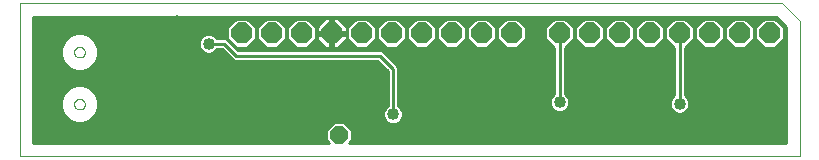
<source format=gbl>
G75*
%MOIN*%
%OFA0B0*%
%FSLAX25Y25*%
%IPPOS*%
%LPD*%
%AMOC8*
5,1,8,0,0,1.08239X$1,22.5*
%
%ADD10C,0.00000*%
%ADD11OC8,0.07000*%
%ADD12OC8,0.06000*%
%ADD13C,0.01000*%
%ADD14C,0.04000*%
D10*
X0004478Y0001500D02*
X0004478Y0052511D01*
X0258478Y0052500D01*
X0258589Y0052411D01*
X0264479Y0046511D01*
X0264479Y0001500D01*
X0004478Y0001500D01*
X0022706Y0018839D02*
X0022708Y0018923D01*
X0022714Y0019006D01*
X0022724Y0019089D01*
X0022738Y0019172D01*
X0022755Y0019254D01*
X0022777Y0019335D01*
X0022802Y0019414D01*
X0022831Y0019493D01*
X0022864Y0019570D01*
X0022900Y0019645D01*
X0022940Y0019719D01*
X0022983Y0019791D01*
X0023030Y0019860D01*
X0023080Y0019927D01*
X0023133Y0019992D01*
X0023189Y0020054D01*
X0023247Y0020114D01*
X0023309Y0020171D01*
X0023373Y0020224D01*
X0023440Y0020275D01*
X0023509Y0020322D01*
X0023580Y0020367D01*
X0023653Y0020407D01*
X0023728Y0020444D01*
X0023805Y0020478D01*
X0023883Y0020508D01*
X0023962Y0020534D01*
X0024043Y0020557D01*
X0024125Y0020575D01*
X0024207Y0020590D01*
X0024290Y0020601D01*
X0024373Y0020608D01*
X0024457Y0020611D01*
X0024541Y0020610D01*
X0024624Y0020605D01*
X0024708Y0020596D01*
X0024790Y0020583D01*
X0024872Y0020567D01*
X0024953Y0020546D01*
X0025034Y0020522D01*
X0025112Y0020494D01*
X0025190Y0020462D01*
X0025266Y0020426D01*
X0025340Y0020387D01*
X0025412Y0020345D01*
X0025482Y0020299D01*
X0025550Y0020250D01*
X0025615Y0020198D01*
X0025678Y0020143D01*
X0025738Y0020085D01*
X0025796Y0020024D01*
X0025850Y0019960D01*
X0025902Y0019894D01*
X0025950Y0019826D01*
X0025995Y0019755D01*
X0026036Y0019682D01*
X0026075Y0019608D01*
X0026109Y0019532D01*
X0026140Y0019454D01*
X0026167Y0019375D01*
X0026191Y0019294D01*
X0026210Y0019213D01*
X0026226Y0019131D01*
X0026238Y0019048D01*
X0026246Y0018964D01*
X0026250Y0018881D01*
X0026250Y0018797D01*
X0026246Y0018714D01*
X0026238Y0018630D01*
X0026226Y0018547D01*
X0026210Y0018465D01*
X0026191Y0018384D01*
X0026167Y0018303D01*
X0026140Y0018224D01*
X0026109Y0018146D01*
X0026075Y0018070D01*
X0026036Y0017996D01*
X0025995Y0017923D01*
X0025950Y0017852D01*
X0025902Y0017784D01*
X0025850Y0017718D01*
X0025796Y0017654D01*
X0025738Y0017593D01*
X0025678Y0017535D01*
X0025615Y0017480D01*
X0025550Y0017428D01*
X0025482Y0017379D01*
X0025412Y0017333D01*
X0025340Y0017291D01*
X0025266Y0017252D01*
X0025190Y0017216D01*
X0025112Y0017184D01*
X0025034Y0017156D01*
X0024953Y0017132D01*
X0024872Y0017111D01*
X0024790Y0017095D01*
X0024708Y0017082D01*
X0024624Y0017073D01*
X0024541Y0017068D01*
X0024457Y0017067D01*
X0024373Y0017070D01*
X0024290Y0017077D01*
X0024207Y0017088D01*
X0024125Y0017103D01*
X0024043Y0017121D01*
X0023962Y0017144D01*
X0023883Y0017170D01*
X0023805Y0017200D01*
X0023728Y0017234D01*
X0023653Y0017271D01*
X0023580Y0017311D01*
X0023509Y0017356D01*
X0023440Y0017403D01*
X0023373Y0017454D01*
X0023309Y0017507D01*
X0023247Y0017564D01*
X0023189Y0017624D01*
X0023133Y0017686D01*
X0023080Y0017751D01*
X0023030Y0017818D01*
X0022983Y0017887D01*
X0022940Y0017959D01*
X0022900Y0018033D01*
X0022864Y0018108D01*
X0022831Y0018185D01*
X0022802Y0018264D01*
X0022777Y0018343D01*
X0022755Y0018424D01*
X0022738Y0018506D01*
X0022724Y0018589D01*
X0022714Y0018672D01*
X0022708Y0018755D01*
X0022706Y0018839D01*
X0022706Y0036161D02*
X0022708Y0036245D01*
X0022714Y0036328D01*
X0022724Y0036411D01*
X0022738Y0036494D01*
X0022755Y0036576D01*
X0022777Y0036657D01*
X0022802Y0036736D01*
X0022831Y0036815D01*
X0022864Y0036892D01*
X0022900Y0036967D01*
X0022940Y0037041D01*
X0022983Y0037113D01*
X0023030Y0037182D01*
X0023080Y0037249D01*
X0023133Y0037314D01*
X0023189Y0037376D01*
X0023247Y0037436D01*
X0023309Y0037493D01*
X0023373Y0037546D01*
X0023440Y0037597D01*
X0023509Y0037644D01*
X0023580Y0037689D01*
X0023653Y0037729D01*
X0023728Y0037766D01*
X0023805Y0037800D01*
X0023883Y0037830D01*
X0023962Y0037856D01*
X0024043Y0037879D01*
X0024125Y0037897D01*
X0024207Y0037912D01*
X0024290Y0037923D01*
X0024373Y0037930D01*
X0024457Y0037933D01*
X0024541Y0037932D01*
X0024624Y0037927D01*
X0024708Y0037918D01*
X0024790Y0037905D01*
X0024872Y0037889D01*
X0024953Y0037868D01*
X0025034Y0037844D01*
X0025112Y0037816D01*
X0025190Y0037784D01*
X0025266Y0037748D01*
X0025340Y0037709D01*
X0025412Y0037667D01*
X0025482Y0037621D01*
X0025550Y0037572D01*
X0025615Y0037520D01*
X0025678Y0037465D01*
X0025738Y0037407D01*
X0025796Y0037346D01*
X0025850Y0037282D01*
X0025902Y0037216D01*
X0025950Y0037148D01*
X0025995Y0037077D01*
X0026036Y0037004D01*
X0026075Y0036930D01*
X0026109Y0036854D01*
X0026140Y0036776D01*
X0026167Y0036697D01*
X0026191Y0036616D01*
X0026210Y0036535D01*
X0026226Y0036453D01*
X0026238Y0036370D01*
X0026246Y0036286D01*
X0026250Y0036203D01*
X0026250Y0036119D01*
X0026246Y0036036D01*
X0026238Y0035952D01*
X0026226Y0035869D01*
X0026210Y0035787D01*
X0026191Y0035706D01*
X0026167Y0035625D01*
X0026140Y0035546D01*
X0026109Y0035468D01*
X0026075Y0035392D01*
X0026036Y0035318D01*
X0025995Y0035245D01*
X0025950Y0035174D01*
X0025902Y0035106D01*
X0025850Y0035040D01*
X0025796Y0034976D01*
X0025738Y0034915D01*
X0025678Y0034857D01*
X0025615Y0034802D01*
X0025550Y0034750D01*
X0025482Y0034701D01*
X0025412Y0034655D01*
X0025340Y0034613D01*
X0025266Y0034574D01*
X0025190Y0034538D01*
X0025112Y0034506D01*
X0025034Y0034478D01*
X0024953Y0034454D01*
X0024872Y0034433D01*
X0024790Y0034417D01*
X0024708Y0034404D01*
X0024624Y0034395D01*
X0024541Y0034390D01*
X0024457Y0034389D01*
X0024373Y0034392D01*
X0024290Y0034399D01*
X0024207Y0034410D01*
X0024125Y0034425D01*
X0024043Y0034443D01*
X0023962Y0034466D01*
X0023883Y0034492D01*
X0023805Y0034522D01*
X0023728Y0034556D01*
X0023653Y0034593D01*
X0023580Y0034633D01*
X0023509Y0034678D01*
X0023440Y0034725D01*
X0023373Y0034776D01*
X0023309Y0034829D01*
X0023247Y0034886D01*
X0023189Y0034946D01*
X0023133Y0035008D01*
X0023080Y0035073D01*
X0023030Y0035140D01*
X0022983Y0035209D01*
X0022940Y0035281D01*
X0022900Y0035355D01*
X0022864Y0035430D01*
X0022831Y0035507D01*
X0022802Y0035586D01*
X0022777Y0035665D01*
X0022755Y0035746D01*
X0022738Y0035828D01*
X0022724Y0035911D01*
X0022714Y0035994D01*
X0022708Y0036077D01*
X0022706Y0036161D01*
D11*
X0078478Y0042500D03*
X0088478Y0042500D03*
X0098478Y0042500D03*
X0108478Y0042500D03*
X0118478Y0042500D03*
X0128478Y0042500D03*
X0138478Y0042500D03*
X0148478Y0042500D03*
X0158478Y0042500D03*
X0168478Y0042500D03*
X0184478Y0042500D03*
X0194478Y0042500D03*
X0204478Y0042500D03*
X0214478Y0042500D03*
X0224478Y0042500D03*
X0234478Y0042500D03*
X0244478Y0042500D03*
X0254478Y0042500D03*
D12*
X0110978Y0008600D03*
D13*
X0106678Y0008490D02*
X0008978Y0008490D01*
X0008978Y0009488D02*
X0106678Y0009488D01*
X0106678Y0010381D02*
X0106678Y0006819D01*
X0107497Y0006000D01*
X0008978Y0006000D01*
X0008978Y0048010D01*
X0256634Y0048000D01*
X0259979Y0044649D01*
X0259979Y0006000D01*
X0114459Y0006000D01*
X0115278Y0006819D01*
X0115278Y0010381D01*
X0112759Y0012900D01*
X0109197Y0012900D01*
X0106678Y0010381D01*
X0106784Y0010487D02*
X0008978Y0010487D01*
X0008978Y0011485D02*
X0107782Y0011485D01*
X0108781Y0012484D02*
X0008978Y0012484D01*
X0008978Y0013482D02*
X0021021Y0013482D01*
X0020926Y0013522D02*
X0023231Y0012567D01*
X0025726Y0012567D01*
X0028031Y0013522D01*
X0029795Y0015286D01*
X0030750Y0017591D01*
X0030750Y0020086D01*
X0029795Y0022391D01*
X0028031Y0024155D01*
X0025726Y0025110D01*
X0023231Y0025110D01*
X0020926Y0024155D01*
X0019161Y0022391D01*
X0018207Y0020086D01*
X0018207Y0017591D01*
X0019161Y0015286D01*
X0020926Y0013522D01*
X0019967Y0014481D02*
X0008978Y0014481D01*
X0008978Y0015479D02*
X0019081Y0015479D01*
X0018668Y0016478D02*
X0008978Y0016478D01*
X0008978Y0017476D02*
X0018254Y0017476D01*
X0018207Y0018475D02*
X0008978Y0018475D01*
X0008978Y0019473D02*
X0018207Y0019473D01*
X0018366Y0020472D02*
X0008978Y0020472D01*
X0008978Y0021470D02*
X0018780Y0021470D01*
X0019239Y0022469D02*
X0008978Y0022469D01*
X0008978Y0023467D02*
X0020238Y0023467D01*
X0021675Y0024466D02*
X0008978Y0024466D01*
X0008978Y0025464D02*
X0127178Y0025464D01*
X0127178Y0024466D02*
X0027282Y0024466D01*
X0028719Y0023467D02*
X0127178Y0023467D01*
X0127178Y0022469D02*
X0029718Y0022469D01*
X0030177Y0021470D02*
X0127178Y0021470D01*
X0127178Y0020472D02*
X0030590Y0020472D01*
X0030750Y0019473D02*
X0127178Y0019473D01*
X0127178Y0018475D02*
X0030750Y0018475D01*
X0030702Y0017476D02*
X0126288Y0017476D01*
X0126181Y0017369D02*
X0125678Y0016156D01*
X0125678Y0014844D01*
X0126181Y0013631D01*
X0127109Y0012702D01*
X0128322Y0012200D01*
X0129635Y0012200D01*
X0130848Y0012702D01*
X0131776Y0013631D01*
X0132278Y0014844D01*
X0132278Y0016156D01*
X0131776Y0017369D01*
X0130848Y0018298D01*
X0130778Y0018326D01*
X0130778Y0031246D01*
X0126278Y0035746D01*
X0125224Y0036800D01*
X0077324Y0036800D01*
X0074378Y0039746D01*
X0073324Y0040800D01*
X0070305Y0040800D01*
X0070276Y0040869D01*
X0069348Y0041798D01*
X0068135Y0042300D01*
X0066822Y0042300D01*
X0065609Y0041798D01*
X0064681Y0040869D01*
X0064178Y0039656D01*
X0064178Y0038344D01*
X0064681Y0037131D01*
X0065609Y0036202D01*
X0066822Y0035700D01*
X0068135Y0035700D01*
X0069348Y0036202D01*
X0070276Y0037131D01*
X0070305Y0037200D01*
X0071833Y0037200D01*
X0075833Y0033200D01*
X0123733Y0033200D01*
X0127178Y0029754D01*
X0127178Y0018326D01*
X0127109Y0018298D01*
X0126181Y0017369D01*
X0125811Y0016478D02*
X0030289Y0016478D01*
X0029875Y0015479D02*
X0125678Y0015479D01*
X0128978Y0015500D02*
X0128978Y0030500D01*
X0124478Y0035000D01*
X0076578Y0035000D01*
X0072578Y0039000D01*
X0067478Y0039000D01*
X0064178Y0039443D02*
X0029907Y0039443D01*
X0029795Y0039714D02*
X0028031Y0041478D01*
X0025726Y0042433D01*
X0023231Y0042433D01*
X0020926Y0041478D01*
X0019161Y0039714D01*
X0018207Y0037409D01*
X0018207Y0034914D01*
X0019161Y0032609D01*
X0020926Y0030845D01*
X0023231Y0029890D01*
X0025726Y0029890D01*
X0028031Y0030845D01*
X0029795Y0032609D01*
X0030750Y0034914D01*
X0030750Y0037409D01*
X0029795Y0039714D01*
X0029067Y0040442D02*
X0064504Y0040442D01*
X0065252Y0041440D02*
X0028069Y0041440D01*
X0020888Y0041440D02*
X0008978Y0041440D01*
X0008978Y0040442D02*
X0019889Y0040442D01*
X0019049Y0039443D02*
X0008978Y0039443D01*
X0008978Y0038445D02*
X0018636Y0038445D01*
X0018222Y0037446D02*
X0008978Y0037446D01*
X0008978Y0036448D02*
X0018207Y0036448D01*
X0018207Y0035449D02*
X0008978Y0035449D01*
X0008978Y0034451D02*
X0018398Y0034451D01*
X0018812Y0033452D02*
X0008978Y0033452D01*
X0008978Y0032454D02*
X0019316Y0032454D01*
X0020315Y0031455D02*
X0008978Y0031455D01*
X0008978Y0030457D02*
X0021862Y0030457D01*
X0027095Y0030457D02*
X0126476Y0030457D01*
X0127178Y0029458D02*
X0008978Y0029458D01*
X0008978Y0028460D02*
X0127178Y0028460D01*
X0127178Y0027461D02*
X0008978Y0027461D01*
X0008978Y0026463D02*
X0127178Y0026463D01*
X0130778Y0026463D02*
X0182678Y0026463D01*
X0182678Y0027461D02*
X0130778Y0027461D01*
X0130778Y0028460D02*
X0182678Y0028460D01*
X0182678Y0029458D02*
X0130778Y0029458D01*
X0130778Y0030457D02*
X0182678Y0030457D01*
X0182678Y0031455D02*
X0130569Y0031455D01*
X0129570Y0032454D02*
X0182678Y0032454D01*
X0182678Y0033452D02*
X0128572Y0033452D01*
X0127573Y0034451D02*
X0182678Y0034451D01*
X0182678Y0035449D02*
X0126575Y0035449D01*
X0125576Y0036448D02*
X0182678Y0036448D01*
X0182678Y0037446D02*
X0076678Y0037446D01*
X0076490Y0037700D02*
X0080467Y0037700D01*
X0083278Y0040512D01*
X0083278Y0044488D01*
X0080467Y0047300D01*
X0076490Y0047300D01*
X0073678Y0044488D01*
X0073678Y0040512D01*
X0076490Y0037700D01*
X0075745Y0038445D02*
X0075679Y0038445D01*
X0074747Y0039443D02*
X0074680Y0039443D01*
X0073748Y0040442D02*
X0073682Y0040442D01*
X0073678Y0041440D02*
X0069705Y0041440D01*
X0073678Y0042439D02*
X0008978Y0042439D01*
X0008978Y0043437D02*
X0073678Y0043437D01*
X0073678Y0044436D02*
X0008978Y0044436D01*
X0008978Y0045434D02*
X0074625Y0045434D01*
X0075623Y0046433D02*
X0008978Y0046433D01*
X0008978Y0047432D02*
X0106339Y0047432D01*
X0106407Y0047500D02*
X0103478Y0044571D01*
X0103478Y0043000D01*
X0107978Y0043000D01*
X0107978Y0042000D01*
X0103478Y0042000D01*
X0103478Y0040429D01*
X0106407Y0037500D01*
X0107978Y0037500D01*
X0107978Y0042000D01*
X0108978Y0042000D01*
X0108978Y0037500D01*
X0110549Y0037500D01*
X0113478Y0040429D01*
X0113478Y0042000D01*
X0108978Y0042000D01*
X0108978Y0043000D01*
X0107978Y0043000D01*
X0107978Y0047500D01*
X0106407Y0047500D01*
X0107978Y0047432D02*
X0108978Y0047432D01*
X0108978Y0047500D02*
X0108978Y0043000D01*
X0113478Y0043000D01*
X0113478Y0044571D01*
X0110549Y0047500D01*
X0108978Y0047500D01*
X0110618Y0047432D02*
X0257201Y0047432D01*
X0256467Y0047300D02*
X0252490Y0047300D01*
X0249678Y0044488D01*
X0249678Y0040512D01*
X0252490Y0037700D01*
X0256467Y0037700D01*
X0259278Y0040512D01*
X0259278Y0044488D01*
X0256467Y0047300D01*
X0257334Y0046433D02*
X0258198Y0046433D01*
X0258332Y0045434D02*
X0259195Y0045434D01*
X0259278Y0044436D02*
X0259979Y0044436D01*
X0259979Y0043437D02*
X0259278Y0043437D01*
X0259278Y0042439D02*
X0259979Y0042439D01*
X0259979Y0041440D02*
X0259278Y0041440D01*
X0259209Y0040442D02*
X0259979Y0040442D01*
X0259979Y0039443D02*
X0258210Y0039443D01*
X0257211Y0038445D02*
X0259979Y0038445D01*
X0259979Y0037446D02*
X0226278Y0037446D01*
X0226278Y0037700D02*
X0226467Y0037700D01*
X0229278Y0040512D01*
X0229278Y0044488D01*
X0226467Y0047300D01*
X0222490Y0047300D01*
X0219678Y0044488D01*
X0219678Y0040512D01*
X0222490Y0037700D01*
X0222678Y0037700D01*
X0222678Y0021826D01*
X0222609Y0021798D01*
X0221681Y0020869D01*
X0221178Y0019656D01*
X0221178Y0018344D01*
X0221681Y0017131D01*
X0222609Y0016202D01*
X0223822Y0015700D01*
X0225135Y0015700D01*
X0226348Y0016202D01*
X0227276Y0017131D01*
X0227778Y0018344D01*
X0227778Y0019656D01*
X0227276Y0020869D01*
X0226348Y0021798D01*
X0226278Y0021826D01*
X0226278Y0037700D01*
X0227211Y0038445D02*
X0231745Y0038445D01*
X0232490Y0037700D02*
X0236467Y0037700D01*
X0239278Y0040512D01*
X0239278Y0044488D01*
X0236467Y0047300D01*
X0232490Y0047300D01*
X0229678Y0044488D01*
X0229678Y0040512D01*
X0232490Y0037700D01*
X0237211Y0038445D02*
X0241745Y0038445D01*
X0242490Y0037700D02*
X0246467Y0037700D01*
X0249278Y0040512D01*
X0249278Y0044488D01*
X0246467Y0047300D01*
X0242490Y0047300D01*
X0239678Y0044488D01*
X0239678Y0040512D01*
X0242490Y0037700D01*
X0247211Y0038445D02*
X0251745Y0038445D01*
X0250747Y0039443D02*
X0248210Y0039443D01*
X0249209Y0040442D02*
X0249748Y0040442D01*
X0249678Y0041440D02*
X0249278Y0041440D01*
X0249278Y0042439D02*
X0249678Y0042439D01*
X0249678Y0043437D02*
X0249278Y0043437D01*
X0249278Y0044436D02*
X0249678Y0044436D01*
X0250625Y0045434D02*
X0248332Y0045434D01*
X0247334Y0046433D02*
X0251623Y0046433D01*
X0241623Y0046433D02*
X0237334Y0046433D01*
X0238332Y0045434D02*
X0240625Y0045434D01*
X0239678Y0044436D02*
X0239278Y0044436D01*
X0239278Y0043437D02*
X0239678Y0043437D01*
X0239678Y0042439D02*
X0239278Y0042439D01*
X0239278Y0041440D02*
X0239678Y0041440D01*
X0239748Y0040442D02*
X0239209Y0040442D01*
X0238210Y0039443D02*
X0240747Y0039443D01*
X0230747Y0039443D02*
X0228210Y0039443D01*
X0229209Y0040442D02*
X0229748Y0040442D01*
X0229678Y0041440D02*
X0229278Y0041440D01*
X0229278Y0042439D02*
X0229678Y0042439D01*
X0229678Y0043437D02*
X0229278Y0043437D01*
X0229278Y0044436D02*
X0229678Y0044436D01*
X0230625Y0045434D02*
X0228332Y0045434D01*
X0227334Y0046433D02*
X0231623Y0046433D01*
X0221623Y0046433D02*
X0217334Y0046433D01*
X0218332Y0045434D02*
X0220625Y0045434D01*
X0219678Y0044436D02*
X0219278Y0044436D01*
X0219278Y0044488D02*
X0216467Y0047300D01*
X0212490Y0047300D01*
X0209678Y0044488D01*
X0209678Y0040512D01*
X0212490Y0037700D01*
X0216467Y0037700D01*
X0219278Y0040512D01*
X0219278Y0044488D01*
X0219278Y0043437D02*
X0219678Y0043437D01*
X0219678Y0042439D02*
X0219278Y0042439D01*
X0219278Y0041440D02*
X0219678Y0041440D01*
X0219748Y0040442D02*
X0219209Y0040442D01*
X0218210Y0039443D02*
X0220747Y0039443D01*
X0221745Y0038445D02*
X0217211Y0038445D01*
X0211745Y0038445D02*
X0207211Y0038445D01*
X0206467Y0037700D02*
X0202490Y0037700D01*
X0199678Y0040512D01*
X0199678Y0044488D01*
X0202490Y0047300D01*
X0206467Y0047300D01*
X0209278Y0044488D01*
X0209278Y0040512D01*
X0206467Y0037700D01*
X0201745Y0038445D02*
X0197211Y0038445D01*
X0196467Y0037700D02*
X0192490Y0037700D01*
X0189678Y0040512D01*
X0189678Y0044488D01*
X0192490Y0047300D01*
X0196467Y0047300D01*
X0199278Y0044488D01*
X0199278Y0040512D01*
X0196467Y0037700D01*
X0191745Y0038445D02*
X0187211Y0038445D01*
X0186467Y0037700D02*
X0189278Y0040512D01*
X0189278Y0044488D01*
X0186467Y0047300D01*
X0182490Y0047300D01*
X0179678Y0044488D01*
X0179678Y0040512D01*
X0182490Y0037700D01*
X0182678Y0037700D01*
X0182678Y0022326D01*
X0182609Y0022298D01*
X0181681Y0021369D01*
X0181178Y0020156D01*
X0181178Y0018844D01*
X0181681Y0017631D01*
X0182609Y0016702D01*
X0183822Y0016200D01*
X0185135Y0016200D01*
X0186348Y0016702D01*
X0187276Y0017631D01*
X0187778Y0018844D01*
X0187778Y0020156D01*
X0187276Y0021369D01*
X0186348Y0022298D01*
X0186278Y0022326D01*
X0186278Y0037700D01*
X0186467Y0037700D01*
X0186278Y0037446D02*
X0222678Y0037446D01*
X0222678Y0036448D02*
X0186278Y0036448D01*
X0186278Y0035449D02*
X0222678Y0035449D01*
X0222678Y0034451D02*
X0186278Y0034451D01*
X0186278Y0033452D02*
X0222678Y0033452D01*
X0222678Y0032454D02*
X0186278Y0032454D01*
X0186278Y0031455D02*
X0222678Y0031455D01*
X0222678Y0030457D02*
X0186278Y0030457D01*
X0186278Y0029458D02*
X0222678Y0029458D01*
X0222678Y0028460D02*
X0186278Y0028460D01*
X0186278Y0027461D02*
X0222678Y0027461D01*
X0222678Y0026463D02*
X0186278Y0026463D01*
X0186278Y0025464D02*
X0222678Y0025464D01*
X0222678Y0024466D02*
X0186278Y0024466D01*
X0186278Y0023467D02*
X0222678Y0023467D01*
X0222678Y0022469D02*
X0186278Y0022469D01*
X0187175Y0021470D02*
X0222282Y0021470D01*
X0221516Y0020472D02*
X0187648Y0020472D01*
X0187778Y0019473D02*
X0221178Y0019473D01*
X0224478Y0019000D02*
X0224478Y0042500D01*
X0210747Y0039443D02*
X0208210Y0039443D01*
X0209209Y0040442D02*
X0209748Y0040442D01*
X0209678Y0041440D02*
X0209278Y0041440D01*
X0209278Y0042439D02*
X0209678Y0042439D01*
X0209678Y0043437D02*
X0209278Y0043437D01*
X0209278Y0044436D02*
X0209678Y0044436D01*
X0210625Y0045434D02*
X0208332Y0045434D01*
X0207334Y0046433D02*
X0211623Y0046433D01*
X0201623Y0046433D02*
X0197334Y0046433D01*
X0198332Y0045434D02*
X0200625Y0045434D01*
X0199678Y0044436D02*
X0199278Y0044436D01*
X0199278Y0043437D02*
X0199678Y0043437D01*
X0199678Y0042439D02*
X0199278Y0042439D01*
X0199278Y0041440D02*
X0199678Y0041440D01*
X0199748Y0040442D02*
X0199209Y0040442D01*
X0198210Y0039443D02*
X0200747Y0039443D01*
X0190747Y0039443D02*
X0188210Y0039443D01*
X0189209Y0040442D02*
X0189748Y0040442D01*
X0189678Y0041440D02*
X0189278Y0041440D01*
X0189278Y0042439D02*
X0189678Y0042439D01*
X0189678Y0043437D02*
X0189278Y0043437D01*
X0189278Y0044436D02*
X0189678Y0044436D01*
X0190625Y0045434D02*
X0188332Y0045434D01*
X0187334Y0046433D02*
X0191623Y0046433D01*
X0181623Y0046433D02*
X0171334Y0046433D01*
X0172332Y0045434D02*
X0180625Y0045434D01*
X0179678Y0044436D02*
X0173278Y0044436D01*
X0173278Y0044488D02*
X0170467Y0047300D01*
X0166490Y0047300D01*
X0163678Y0044488D01*
X0163678Y0040512D01*
X0166490Y0037700D01*
X0170467Y0037700D01*
X0173278Y0040512D01*
X0173278Y0044488D01*
X0173278Y0043437D02*
X0179678Y0043437D01*
X0179678Y0042439D02*
X0173278Y0042439D01*
X0173278Y0041440D02*
X0179678Y0041440D01*
X0179748Y0040442D02*
X0173209Y0040442D01*
X0172210Y0039443D02*
X0180747Y0039443D01*
X0181745Y0038445D02*
X0171211Y0038445D01*
X0165745Y0038445D02*
X0161211Y0038445D01*
X0160467Y0037700D02*
X0156490Y0037700D01*
X0153678Y0040512D01*
X0153678Y0044488D01*
X0156490Y0047300D01*
X0160467Y0047300D01*
X0163278Y0044488D01*
X0163278Y0040512D01*
X0160467Y0037700D01*
X0155745Y0038445D02*
X0151211Y0038445D01*
X0150467Y0037700D02*
X0146490Y0037700D01*
X0143678Y0040512D01*
X0143678Y0044488D01*
X0146490Y0047300D01*
X0150467Y0047300D01*
X0153278Y0044488D01*
X0153278Y0040512D01*
X0150467Y0037700D01*
X0145745Y0038445D02*
X0141211Y0038445D01*
X0140467Y0037700D02*
X0136490Y0037700D01*
X0133678Y0040512D01*
X0133678Y0044488D01*
X0136490Y0047300D01*
X0140467Y0047300D01*
X0143278Y0044488D01*
X0143278Y0040512D01*
X0140467Y0037700D01*
X0135745Y0038445D02*
X0131211Y0038445D01*
X0130467Y0037700D02*
X0126490Y0037700D01*
X0123678Y0040512D01*
X0123678Y0044488D01*
X0126490Y0047300D01*
X0130467Y0047300D01*
X0133278Y0044488D01*
X0133278Y0040512D01*
X0130467Y0037700D01*
X0125745Y0038445D02*
X0121211Y0038445D01*
X0120467Y0037700D02*
X0116490Y0037700D01*
X0113678Y0040512D01*
X0113678Y0044488D01*
X0116490Y0047300D01*
X0120467Y0047300D01*
X0123278Y0044488D01*
X0123278Y0040512D01*
X0120467Y0037700D01*
X0115745Y0038445D02*
X0111494Y0038445D01*
X0108978Y0038445D02*
X0107978Y0038445D01*
X0105462Y0038445D02*
X0101211Y0038445D01*
X0100467Y0037700D02*
X0096490Y0037700D01*
X0093678Y0040512D01*
X0093678Y0044488D01*
X0096490Y0047300D01*
X0100467Y0047300D01*
X0103278Y0044488D01*
X0103278Y0040512D01*
X0100467Y0037700D01*
X0095745Y0038445D02*
X0091211Y0038445D01*
X0090467Y0037700D02*
X0086490Y0037700D01*
X0083678Y0040512D01*
X0083678Y0044488D01*
X0086490Y0047300D01*
X0090467Y0047300D01*
X0093278Y0044488D01*
X0093278Y0040512D01*
X0090467Y0037700D01*
X0085745Y0038445D02*
X0081211Y0038445D01*
X0082210Y0039443D02*
X0084747Y0039443D01*
X0083748Y0040442D02*
X0083209Y0040442D01*
X0083278Y0041440D02*
X0083678Y0041440D01*
X0083678Y0042439D02*
X0083278Y0042439D01*
X0083278Y0043437D02*
X0083678Y0043437D01*
X0083678Y0044436D02*
X0083278Y0044436D01*
X0082332Y0045434D02*
X0084625Y0045434D01*
X0085623Y0046433D02*
X0081334Y0046433D01*
X0091334Y0046433D02*
X0095623Y0046433D01*
X0094625Y0045434D02*
X0092332Y0045434D01*
X0093278Y0044436D02*
X0093678Y0044436D01*
X0093678Y0043437D02*
X0093278Y0043437D01*
X0093278Y0042439D02*
X0093678Y0042439D01*
X0093678Y0041440D02*
X0093278Y0041440D01*
X0093209Y0040442D02*
X0093748Y0040442D01*
X0094747Y0039443D02*
X0092210Y0039443D01*
X0102210Y0039443D02*
X0104464Y0039443D01*
X0103478Y0040442D02*
X0103209Y0040442D01*
X0103278Y0041440D02*
X0103478Y0041440D01*
X0103278Y0042439D02*
X0107978Y0042439D01*
X0108978Y0042439D02*
X0113678Y0042439D01*
X0113678Y0043437D02*
X0113478Y0043437D01*
X0113478Y0044436D02*
X0113678Y0044436D01*
X0114625Y0045434D02*
X0112615Y0045434D01*
X0111616Y0046433D02*
X0115623Y0046433D01*
X0121334Y0046433D02*
X0125623Y0046433D01*
X0124625Y0045434D02*
X0122332Y0045434D01*
X0123278Y0044436D02*
X0123678Y0044436D01*
X0123678Y0043437D02*
X0123278Y0043437D01*
X0123278Y0042439D02*
X0123678Y0042439D01*
X0123678Y0041440D02*
X0123278Y0041440D01*
X0123209Y0040442D02*
X0123748Y0040442D01*
X0124747Y0039443D02*
X0122210Y0039443D01*
X0114747Y0039443D02*
X0112493Y0039443D01*
X0113478Y0040442D02*
X0113748Y0040442D01*
X0113678Y0041440D02*
X0113478Y0041440D01*
X0108978Y0041440D02*
X0107978Y0041440D01*
X0107978Y0040442D02*
X0108978Y0040442D01*
X0108978Y0039443D02*
X0107978Y0039443D01*
X0107978Y0043437D02*
X0108978Y0043437D01*
X0108978Y0044436D02*
X0107978Y0044436D01*
X0107978Y0045434D02*
X0108978Y0045434D01*
X0108978Y0046433D02*
X0107978Y0046433D01*
X0105340Y0046433D02*
X0101334Y0046433D01*
X0102332Y0045434D02*
X0104342Y0045434D01*
X0103478Y0044436D02*
X0103278Y0044436D01*
X0103278Y0043437D02*
X0103478Y0043437D01*
X0131334Y0046433D02*
X0135623Y0046433D01*
X0134625Y0045434D02*
X0132332Y0045434D01*
X0133278Y0044436D02*
X0133678Y0044436D01*
X0133678Y0043437D02*
X0133278Y0043437D01*
X0133278Y0042439D02*
X0133678Y0042439D01*
X0133678Y0041440D02*
X0133278Y0041440D01*
X0133209Y0040442D02*
X0133748Y0040442D01*
X0134747Y0039443D02*
X0132210Y0039443D01*
X0142210Y0039443D02*
X0144747Y0039443D01*
X0143748Y0040442D02*
X0143209Y0040442D01*
X0143278Y0041440D02*
X0143678Y0041440D01*
X0143678Y0042439D02*
X0143278Y0042439D01*
X0143278Y0043437D02*
X0143678Y0043437D01*
X0143678Y0044436D02*
X0143278Y0044436D01*
X0142332Y0045434D02*
X0144625Y0045434D01*
X0145623Y0046433D02*
X0141334Y0046433D01*
X0151334Y0046433D02*
X0155623Y0046433D01*
X0154625Y0045434D02*
X0152332Y0045434D01*
X0153278Y0044436D02*
X0153678Y0044436D01*
X0153678Y0043437D02*
X0153278Y0043437D01*
X0153278Y0042439D02*
X0153678Y0042439D01*
X0153678Y0041440D02*
X0153278Y0041440D01*
X0153209Y0040442D02*
X0153748Y0040442D01*
X0154747Y0039443D02*
X0152210Y0039443D01*
X0162210Y0039443D02*
X0164747Y0039443D01*
X0163748Y0040442D02*
X0163209Y0040442D01*
X0163278Y0041440D02*
X0163678Y0041440D01*
X0163678Y0042439D02*
X0163278Y0042439D01*
X0163278Y0043437D02*
X0163678Y0043437D01*
X0163678Y0044436D02*
X0163278Y0044436D01*
X0162332Y0045434D02*
X0164625Y0045434D01*
X0165623Y0046433D02*
X0161334Y0046433D01*
X0184478Y0042500D02*
X0184478Y0019500D01*
X0181178Y0019473D02*
X0130778Y0019473D01*
X0130778Y0020472D02*
X0181309Y0020472D01*
X0181782Y0021470D02*
X0130778Y0021470D01*
X0130778Y0022469D02*
X0182678Y0022469D01*
X0182678Y0023467D02*
X0130778Y0023467D01*
X0130778Y0024466D02*
X0182678Y0024466D01*
X0182678Y0025464D02*
X0130778Y0025464D01*
X0125477Y0031455D02*
X0028642Y0031455D01*
X0029640Y0032454D02*
X0124479Y0032454D01*
X0075580Y0033452D02*
X0030145Y0033452D01*
X0030558Y0034451D02*
X0074582Y0034451D01*
X0073583Y0035449D02*
X0030750Y0035449D01*
X0030750Y0036448D02*
X0065364Y0036448D01*
X0064550Y0037446D02*
X0030734Y0037446D01*
X0030321Y0038445D02*
X0064178Y0038445D01*
X0069593Y0036448D02*
X0072585Y0036448D01*
X0130778Y0018475D02*
X0181331Y0018475D01*
X0181835Y0017476D02*
X0131669Y0017476D01*
X0132145Y0016478D02*
X0183152Y0016478D01*
X0185805Y0016478D02*
X0222334Y0016478D01*
X0221538Y0017476D02*
X0187121Y0017476D01*
X0187626Y0018475D02*
X0221178Y0018475D01*
X0227419Y0017476D02*
X0259979Y0017476D01*
X0259979Y0016478D02*
X0226623Y0016478D01*
X0227778Y0018475D02*
X0259979Y0018475D01*
X0259979Y0019473D02*
X0227778Y0019473D01*
X0227441Y0020472D02*
X0259979Y0020472D01*
X0259979Y0021470D02*
X0226675Y0021470D01*
X0226278Y0022469D02*
X0259979Y0022469D01*
X0259979Y0023467D02*
X0226278Y0023467D01*
X0226278Y0024466D02*
X0259979Y0024466D01*
X0259979Y0025464D02*
X0226278Y0025464D01*
X0226278Y0026463D02*
X0259979Y0026463D01*
X0259979Y0027461D02*
X0226278Y0027461D01*
X0226278Y0028460D02*
X0259979Y0028460D01*
X0259979Y0029458D02*
X0226278Y0029458D01*
X0226278Y0030457D02*
X0259979Y0030457D01*
X0259979Y0031455D02*
X0226278Y0031455D01*
X0226278Y0032454D02*
X0259979Y0032454D01*
X0259979Y0033452D02*
X0226278Y0033452D01*
X0226278Y0034451D02*
X0259979Y0034451D01*
X0259979Y0035449D02*
X0226278Y0035449D01*
X0226278Y0036448D02*
X0259979Y0036448D01*
X0259979Y0015479D02*
X0132278Y0015479D01*
X0132128Y0014481D02*
X0259979Y0014481D01*
X0259979Y0013482D02*
X0131627Y0013482D01*
X0130319Y0012484D02*
X0259979Y0012484D01*
X0259979Y0011485D02*
X0114174Y0011485D01*
X0113176Y0012484D02*
X0127637Y0012484D01*
X0126329Y0013482D02*
X0027935Y0013482D01*
X0028990Y0014481D02*
X0125829Y0014481D01*
X0115173Y0010487D02*
X0259979Y0010487D01*
X0259979Y0009488D02*
X0115278Y0009488D01*
X0115278Y0008490D02*
X0259979Y0008490D01*
X0259979Y0007491D02*
X0115278Y0007491D01*
X0114952Y0006493D02*
X0259979Y0006493D01*
X0107005Y0006493D02*
X0008978Y0006493D01*
X0008978Y0007491D02*
X0106678Y0007491D01*
D14*
X0105478Y0012500D03*
X0128978Y0015500D03*
X0153478Y0012500D03*
X0184478Y0019500D03*
X0169478Y0020500D03*
X0212978Y0020500D03*
X0224478Y0019000D03*
X0236978Y0008500D03*
X0143978Y0030500D03*
X0113978Y0030500D03*
X0067478Y0039000D03*
X0056978Y0046500D03*
X0176478Y0042500D03*
X0199478Y0036000D03*
X0103478Y0021000D03*
X0056978Y0007500D03*
M02*

</source>
